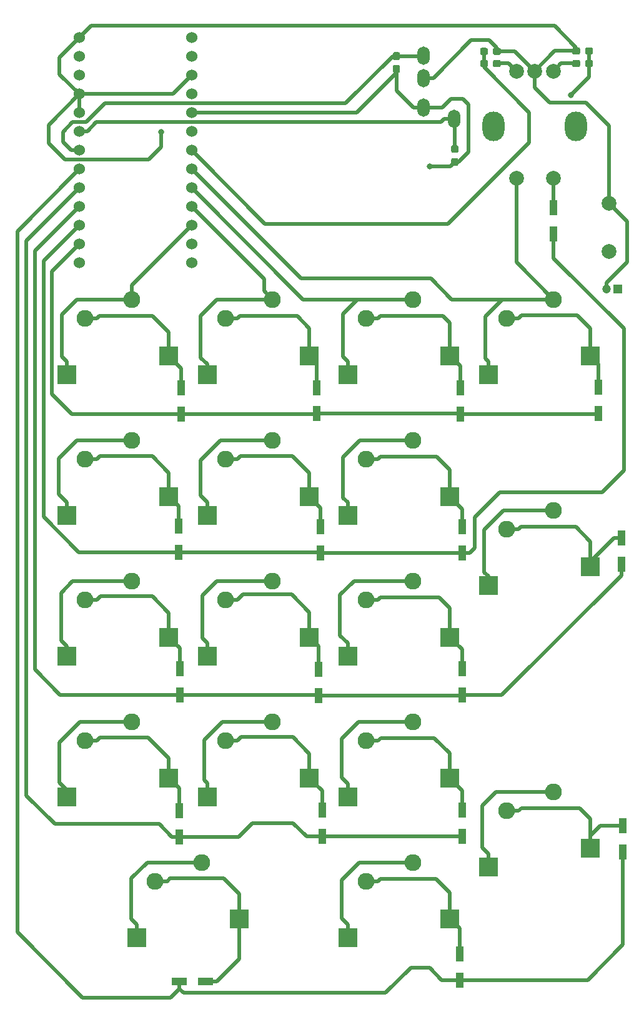
<source format=gbl>
G04 #@! TF.GenerationSoftware,KiCad,Pcbnew,(5.1.5)-3*
G04 #@! TF.CreationDate,2020-10-10T23:35:22+09:00*
G04 #@! TF.ProjectId,Pistachio_MacroPad,50697374-6163-4686-996f-5f4d6163726f,rev?*
G04 #@! TF.SameCoordinates,Original*
G04 #@! TF.FileFunction,Copper,L2,Bot*
G04 #@! TF.FilePolarity,Positive*
%FSLAX46Y46*%
G04 Gerber Fmt 4.6, Leading zero omitted, Abs format (unit mm)*
G04 Created by KiCad (PCBNEW (5.1.5)-3) date 2020-10-10 23:35:22*
%MOMM*%
%LPD*%
G04 APERTURE LIST*
%ADD10R,2.550000X2.500000*%
%ADD11C,2.286000*%
%ADD12C,0.100000*%
%ADD13R,1.200000X1.200000*%
%ADD14C,1.200000*%
%ADD15O,3.000000X4.000000*%
%ADD16C,2.000000*%
%ADD17C,1.524000*%
%ADD18O,1.700000X2.500000*%
%ADD19R,1.000000X2.000000*%
%ADD20R,2.000000X1.000000*%
%ADD21C,0.800000*%
%ADD22C,0.500000*%
G04 APERTURE END LIST*
D10*
X48410000Y-126020000D03*
D11*
X37040000Y-120940000D03*
X43390000Y-118400000D03*
D10*
X34560000Y-128560000D03*
G04 #@! TA.AperFunction,SMDPad,CuDef*
D12*
G36*
X91430779Y-27176144D02*
G01*
X91453834Y-27179563D01*
X91476443Y-27185227D01*
X91498387Y-27193079D01*
X91519457Y-27203044D01*
X91539448Y-27215026D01*
X91558168Y-27228910D01*
X91575438Y-27244562D01*
X91591090Y-27261832D01*
X91604974Y-27280552D01*
X91616956Y-27300543D01*
X91626921Y-27321613D01*
X91634773Y-27343557D01*
X91640437Y-27366166D01*
X91643856Y-27389221D01*
X91645000Y-27412500D01*
X91645000Y-27887500D01*
X91643856Y-27910779D01*
X91640437Y-27933834D01*
X91634773Y-27956443D01*
X91626921Y-27978387D01*
X91616956Y-27999457D01*
X91604974Y-28019448D01*
X91591090Y-28038168D01*
X91575438Y-28055438D01*
X91558168Y-28071090D01*
X91539448Y-28084974D01*
X91519457Y-28096956D01*
X91498387Y-28106921D01*
X91476443Y-28114773D01*
X91453834Y-28120437D01*
X91430779Y-28123856D01*
X91407500Y-28125000D01*
X90832500Y-28125000D01*
X90809221Y-28123856D01*
X90786166Y-28120437D01*
X90763557Y-28114773D01*
X90741613Y-28106921D01*
X90720543Y-28096956D01*
X90700552Y-28084974D01*
X90681832Y-28071090D01*
X90664562Y-28055438D01*
X90648910Y-28038168D01*
X90635026Y-28019448D01*
X90623044Y-27999457D01*
X90613079Y-27978387D01*
X90605227Y-27956443D01*
X90599563Y-27933834D01*
X90596144Y-27910779D01*
X90595000Y-27887500D01*
X90595000Y-27412500D01*
X90596144Y-27389221D01*
X90599563Y-27366166D01*
X90605227Y-27343557D01*
X90613079Y-27321613D01*
X90623044Y-27300543D01*
X90635026Y-27280552D01*
X90648910Y-27261832D01*
X90664562Y-27244562D01*
X90681832Y-27228910D01*
X90700552Y-27215026D01*
X90720543Y-27203044D01*
X90741613Y-27193079D01*
X90763557Y-27185227D01*
X90786166Y-27179563D01*
X90809221Y-27176144D01*
X90832500Y-27175000D01*
X91407500Y-27175000D01*
X91430779Y-27176144D01*
G37*
G04 #@! TD.AperFunction*
G04 #@! TA.AperFunction,SMDPad,CuDef*
G36*
X93180779Y-27176144D02*
G01*
X93203834Y-27179563D01*
X93226443Y-27185227D01*
X93248387Y-27193079D01*
X93269457Y-27203044D01*
X93289448Y-27215026D01*
X93308168Y-27228910D01*
X93325438Y-27244562D01*
X93341090Y-27261832D01*
X93354974Y-27280552D01*
X93366956Y-27300543D01*
X93376921Y-27321613D01*
X93384773Y-27343557D01*
X93390437Y-27366166D01*
X93393856Y-27389221D01*
X93395000Y-27412500D01*
X93395000Y-27887500D01*
X93393856Y-27910779D01*
X93390437Y-27933834D01*
X93384773Y-27956443D01*
X93376921Y-27978387D01*
X93366956Y-27999457D01*
X93354974Y-28019448D01*
X93341090Y-28038168D01*
X93325438Y-28055438D01*
X93308168Y-28071090D01*
X93289448Y-28084974D01*
X93269457Y-28096956D01*
X93248387Y-28106921D01*
X93226443Y-28114773D01*
X93203834Y-28120437D01*
X93180779Y-28123856D01*
X93157500Y-28125000D01*
X92582500Y-28125000D01*
X92559221Y-28123856D01*
X92536166Y-28120437D01*
X92513557Y-28114773D01*
X92491613Y-28106921D01*
X92470543Y-28096956D01*
X92450552Y-28084974D01*
X92431832Y-28071090D01*
X92414562Y-28055438D01*
X92398910Y-28038168D01*
X92385026Y-28019448D01*
X92373044Y-27999457D01*
X92363079Y-27978387D01*
X92355227Y-27956443D01*
X92349563Y-27933834D01*
X92346144Y-27910779D01*
X92345000Y-27887500D01*
X92345000Y-27412500D01*
X92346144Y-27389221D01*
X92349563Y-27366166D01*
X92355227Y-27343557D01*
X92363079Y-27321613D01*
X92373044Y-27300543D01*
X92385026Y-27280552D01*
X92398910Y-27261832D01*
X92414562Y-27244562D01*
X92431832Y-27228910D01*
X92450552Y-27215026D01*
X92470543Y-27203044D01*
X92491613Y-27193079D01*
X92513557Y-27185227D01*
X92536166Y-27179563D01*
X92559221Y-27176144D01*
X92582500Y-27175000D01*
X93157500Y-27175000D01*
X93180779Y-27176144D01*
G37*
G04 #@! TD.AperFunction*
G04 #@! TA.AperFunction,SMDPad,CuDef*
G36*
X103930779Y-27126144D02*
G01*
X103953834Y-27129563D01*
X103976443Y-27135227D01*
X103998387Y-27143079D01*
X104019457Y-27153044D01*
X104039448Y-27165026D01*
X104058168Y-27178910D01*
X104075438Y-27194562D01*
X104091090Y-27211832D01*
X104104974Y-27230552D01*
X104116956Y-27250543D01*
X104126921Y-27271613D01*
X104134773Y-27293557D01*
X104140437Y-27316166D01*
X104143856Y-27339221D01*
X104145000Y-27362500D01*
X104145000Y-27837500D01*
X104143856Y-27860779D01*
X104140437Y-27883834D01*
X104134773Y-27906443D01*
X104126921Y-27928387D01*
X104116956Y-27949457D01*
X104104974Y-27969448D01*
X104091090Y-27988168D01*
X104075438Y-28005438D01*
X104058168Y-28021090D01*
X104039448Y-28034974D01*
X104019457Y-28046956D01*
X103998387Y-28056921D01*
X103976443Y-28064773D01*
X103953834Y-28070437D01*
X103930779Y-28073856D01*
X103907500Y-28075000D01*
X103332500Y-28075000D01*
X103309221Y-28073856D01*
X103286166Y-28070437D01*
X103263557Y-28064773D01*
X103241613Y-28056921D01*
X103220543Y-28046956D01*
X103200552Y-28034974D01*
X103181832Y-28021090D01*
X103164562Y-28005438D01*
X103148910Y-27988168D01*
X103135026Y-27969448D01*
X103123044Y-27949457D01*
X103113079Y-27928387D01*
X103105227Y-27906443D01*
X103099563Y-27883834D01*
X103096144Y-27860779D01*
X103095000Y-27837500D01*
X103095000Y-27362500D01*
X103096144Y-27339221D01*
X103099563Y-27316166D01*
X103105227Y-27293557D01*
X103113079Y-27271613D01*
X103123044Y-27250543D01*
X103135026Y-27230552D01*
X103148910Y-27211832D01*
X103164562Y-27194562D01*
X103181832Y-27178910D01*
X103200552Y-27165026D01*
X103220543Y-27153044D01*
X103241613Y-27143079D01*
X103263557Y-27135227D01*
X103286166Y-27129563D01*
X103309221Y-27126144D01*
X103332500Y-27125000D01*
X103907500Y-27125000D01*
X103930779Y-27126144D01*
G37*
G04 #@! TD.AperFunction*
G04 #@! TA.AperFunction,SMDPad,CuDef*
G36*
X105680779Y-27126144D02*
G01*
X105703834Y-27129563D01*
X105726443Y-27135227D01*
X105748387Y-27143079D01*
X105769457Y-27153044D01*
X105789448Y-27165026D01*
X105808168Y-27178910D01*
X105825438Y-27194562D01*
X105841090Y-27211832D01*
X105854974Y-27230552D01*
X105866956Y-27250543D01*
X105876921Y-27271613D01*
X105884773Y-27293557D01*
X105890437Y-27316166D01*
X105893856Y-27339221D01*
X105895000Y-27362500D01*
X105895000Y-27837500D01*
X105893856Y-27860779D01*
X105890437Y-27883834D01*
X105884773Y-27906443D01*
X105876921Y-27928387D01*
X105866956Y-27949457D01*
X105854974Y-27969448D01*
X105841090Y-27988168D01*
X105825438Y-28005438D01*
X105808168Y-28021090D01*
X105789448Y-28034974D01*
X105769457Y-28046956D01*
X105748387Y-28056921D01*
X105726443Y-28064773D01*
X105703834Y-28070437D01*
X105680779Y-28073856D01*
X105657500Y-28075000D01*
X105082500Y-28075000D01*
X105059221Y-28073856D01*
X105036166Y-28070437D01*
X105013557Y-28064773D01*
X104991613Y-28056921D01*
X104970543Y-28046956D01*
X104950552Y-28034974D01*
X104931832Y-28021090D01*
X104914562Y-28005438D01*
X104898910Y-27988168D01*
X104885026Y-27969448D01*
X104873044Y-27949457D01*
X104863079Y-27928387D01*
X104855227Y-27906443D01*
X104849563Y-27883834D01*
X104846144Y-27860779D01*
X104845000Y-27837500D01*
X104845000Y-27362500D01*
X104846144Y-27339221D01*
X104849563Y-27316166D01*
X104855227Y-27293557D01*
X104863079Y-27271613D01*
X104873044Y-27250543D01*
X104885026Y-27230552D01*
X104898910Y-27211832D01*
X104914562Y-27194562D01*
X104931832Y-27178910D01*
X104950552Y-27165026D01*
X104970543Y-27153044D01*
X104991613Y-27143079D01*
X105013557Y-27135227D01*
X105036166Y-27129563D01*
X105059221Y-27126144D01*
X105082500Y-27125000D01*
X105657500Y-27125000D01*
X105680779Y-27126144D01*
G37*
G04 #@! TD.AperFunction*
D13*
X109240000Y-59820000D03*
D14*
X107740000Y-59820000D03*
G04 #@! TA.AperFunction,SMDPad,CuDef*
D12*
G36*
X91430779Y-28816144D02*
G01*
X91453834Y-28819563D01*
X91476443Y-28825227D01*
X91498387Y-28833079D01*
X91519457Y-28843044D01*
X91539448Y-28855026D01*
X91558168Y-28868910D01*
X91575438Y-28884562D01*
X91591090Y-28901832D01*
X91604974Y-28920552D01*
X91616956Y-28940543D01*
X91626921Y-28961613D01*
X91634773Y-28983557D01*
X91640437Y-29006166D01*
X91643856Y-29029221D01*
X91645000Y-29052500D01*
X91645000Y-29527500D01*
X91643856Y-29550779D01*
X91640437Y-29573834D01*
X91634773Y-29596443D01*
X91626921Y-29618387D01*
X91616956Y-29639457D01*
X91604974Y-29659448D01*
X91591090Y-29678168D01*
X91575438Y-29695438D01*
X91558168Y-29711090D01*
X91539448Y-29724974D01*
X91519457Y-29736956D01*
X91498387Y-29746921D01*
X91476443Y-29754773D01*
X91453834Y-29760437D01*
X91430779Y-29763856D01*
X91407500Y-29765000D01*
X90832500Y-29765000D01*
X90809221Y-29763856D01*
X90786166Y-29760437D01*
X90763557Y-29754773D01*
X90741613Y-29746921D01*
X90720543Y-29736956D01*
X90700552Y-29724974D01*
X90681832Y-29711090D01*
X90664562Y-29695438D01*
X90648910Y-29678168D01*
X90635026Y-29659448D01*
X90623044Y-29639457D01*
X90613079Y-29618387D01*
X90605227Y-29596443D01*
X90599563Y-29573834D01*
X90596144Y-29550779D01*
X90595000Y-29527500D01*
X90595000Y-29052500D01*
X90596144Y-29029221D01*
X90599563Y-29006166D01*
X90605227Y-28983557D01*
X90613079Y-28961613D01*
X90623044Y-28940543D01*
X90635026Y-28920552D01*
X90648910Y-28901832D01*
X90664562Y-28884562D01*
X90681832Y-28868910D01*
X90700552Y-28855026D01*
X90720543Y-28843044D01*
X90741613Y-28833079D01*
X90763557Y-28825227D01*
X90786166Y-28819563D01*
X90809221Y-28816144D01*
X90832500Y-28815000D01*
X91407500Y-28815000D01*
X91430779Y-28816144D01*
G37*
G04 #@! TD.AperFunction*
G04 #@! TA.AperFunction,SMDPad,CuDef*
G36*
X93180779Y-28816144D02*
G01*
X93203834Y-28819563D01*
X93226443Y-28825227D01*
X93248387Y-28833079D01*
X93269457Y-28843044D01*
X93289448Y-28855026D01*
X93308168Y-28868910D01*
X93325438Y-28884562D01*
X93341090Y-28901832D01*
X93354974Y-28920552D01*
X93366956Y-28940543D01*
X93376921Y-28961613D01*
X93384773Y-28983557D01*
X93390437Y-29006166D01*
X93393856Y-29029221D01*
X93395000Y-29052500D01*
X93395000Y-29527500D01*
X93393856Y-29550779D01*
X93390437Y-29573834D01*
X93384773Y-29596443D01*
X93376921Y-29618387D01*
X93366956Y-29639457D01*
X93354974Y-29659448D01*
X93341090Y-29678168D01*
X93325438Y-29695438D01*
X93308168Y-29711090D01*
X93289448Y-29724974D01*
X93269457Y-29736956D01*
X93248387Y-29746921D01*
X93226443Y-29754773D01*
X93203834Y-29760437D01*
X93180779Y-29763856D01*
X93157500Y-29765000D01*
X92582500Y-29765000D01*
X92559221Y-29763856D01*
X92536166Y-29760437D01*
X92513557Y-29754773D01*
X92491613Y-29746921D01*
X92470543Y-29736956D01*
X92450552Y-29724974D01*
X92431832Y-29711090D01*
X92414562Y-29695438D01*
X92398910Y-29678168D01*
X92385026Y-29659448D01*
X92373044Y-29639457D01*
X92363079Y-29618387D01*
X92355227Y-29596443D01*
X92349563Y-29573834D01*
X92346144Y-29550779D01*
X92345000Y-29527500D01*
X92345000Y-29052500D01*
X92346144Y-29029221D01*
X92349563Y-29006166D01*
X92355227Y-28983557D01*
X92363079Y-28961613D01*
X92373044Y-28940543D01*
X92385026Y-28920552D01*
X92398910Y-28901832D01*
X92414562Y-28884562D01*
X92431832Y-28868910D01*
X92450552Y-28855026D01*
X92470543Y-28843044D01*
X92491613Y-28833079D01*
X92513557Y-28825227D01*
X92536166Y-28819563D01*
X92559221Y-28816144D01*
X92582500Y-28815000D01*
X93157500Y-28815000D01*
X93180779Y-28816144D01*
G37*
G04 #@! TD.AperFunction*
G04 #@! TA.AperFunction,SMDPad,CuDef*
G36*
X103930779Y-28816144D02*
G01*
X103953834Y-28819563D01*
X103976443Y-28825227D01*
X103998387Y-28833079D01*
X104019457Y-28843044D01*
X104039448Y-28855026D01*
X104058168Y-28868910D01*
X104075438Y-28884562D01*
X104091090Y-28901832D01*
X104104974Y-28920552D01*
X104116956Y-28940543D01*
X104126921Y-28961613D01*
X104134773Y-28983557D01*
X104140437Y-29006166D01*
X104143856Y-29029221D01*
X104145000Y-29052500D01*
X104145000Y-29527500D01*
X104143856Y-29550779D01*
X104140437Y-29573834D01*
X104134773Y-29596443D01*
X104126921Y-29618387D01*
X104116956Y-29639457D01*
X104104974Y-29659448D01*
X104091090Y-29678168D01*
X104075438Y-29695438D01*
X104058168Y-29711090D01*
X104039448Y-29724974D01*
X104019457Y-29736956D01*
X103998387Y-29746921D01*
X103976443Y-29754773D01*
X103953834Y-29760437D01*
X103930779Y-29763856D01*
X103907500Y-29765000D01*
X103332500Y-29765000D01*
X103309221Y-29763856D01*
X103286166Y-29760437D01*
X103263557Y-29754773D01*
X103241613Y-29746921D01*
X103220543Y-29736956D01*
X103200552Y-29724974D01*
X103181832Y-29711090D01*
X103164562Y-29695438D01*
X103148910Y-29678168D01*
X103135026Y-29659448D01*
X103123044Y-29639457D01*
X103113079Y-29618387D01*
X103105227Y-29596443D01*
X103099563Y-29573834D01*
X103096144Y-29550779D01*
X103095000Y-29527500D01*
X103095000Y-29052500D01*
X103096144Y-29029221D01*
X103099563Y-29006166D01*
X103105227Y-28983557D01*
X103113079Y-28961613D01*
X103123044Y-28940543D01*
X103135026Y-28920552D01*
X103148910Y-28901832D01*
X103164562Y-28884562D01*
X103181832Y-28868910D01*
X103200552Y-28855026D01*
X103220543Y-28843044D01*
X103241613Y-28833079D01*
X103263557Y-28825227D01*
X103286166Y-28819563D01*
X103309221Y-28816144D01*
X103332500Y-28815000D01*
X103907500Y-28815000D01*
X103930779Y-28816144D01*
G37*
G04 #@! TD.AperFunction*
G04 #@! TA.AperFunction,SMDPad,CuDef*
G36*
X105680779Y-28816144D02*
G01*
X105703834Y-28819563D01*
X105726443Y-28825227D01*
X105748387Y-28833079D01*
X105769457Y-28843044D01*
X105789448Y-28855026D01*
X105808168Y-28868910D01*
X105825438Y-28884562D01*
X105841090Y-28901832D01*
X105854974Y-28920552D01*
X105866956Y-28940543D01*
X105876921Y-28961613D01*
X105884773Y-28983557D01*
X105890437Y-29006166D01*
X105893856Y-29029221D01*
X105895000Y-29052500D01*
X105895000Y-29527500D01*
X105893856Y-29550779D01*
X105890437Y-29573834D01*
X105884773Y-29596443D01*
X105876921Y-29618387D01*
X105866956Y-29639457D01*
X105854974Y-29659448D01*
X105841090Y-29678168D01*
X105825438Y-29695438D01*
X105808168Y-29711090D01*
X105789448Y-29724974D01*
X105769457Y-29736956D01*
X105748387Y-29746921D01*
X105726443Y-29754773D01*
X105703834Y-29760437D01*
X105680779Y-29763856D01*
X105657500Y-29765000D01*
X105082500Y-29765000D01*
X105059221Y-29763856D01*
X105036166Y-29760437D01*
X105013557Y-29754773D01*
X104991613Y-29746921D01*
X104970543Y-29736956D01*
X104950552Y-29724974D01*
X104931832Y-29711090D01*
X104914562Y-29695438D01*
X104898910Y-29678168D01*
X104885026Y-29659448D01*
X104873044Y-29639457D01*
X104863079Y-29618387D01*
X104855227Y-29596443D01*
X104849563Y-29573834D01*
X104846144Y-29550779D01*
X104845000Y-29527500D01*
X104845000Y-29052500D01*
X104846144Y-29029221D01*
X104849563Y-29006166D01*
X104855227Y-28983557D01*
X104863079Y-28961613D01*
X104873044Y-28940543D01*
X104885026Y-28920552D01*
X104898910Y-28901832D01*
X104914562Y-28884562D01*
X104931832Y-28868910D01*
X104950552Y-28855026D01*
X104970543Y-28843044D01*
X104991613Y-28833079D01*
X105013557Y-28825227D01*
X105036166Y-28819563D01*
X105059221Y-28816144D01*
X105082500Y-28815000D01*
X105657500Y-28815000D01*
X105680779Y-28816144D01*
G37*
G04 #@! TD.AperFunction*
G04 #@! TA.AperFunction,SMDPad,CuDef*
G36*
X79510779Y-27766144D02*
G01*
X79533834Y-27769563D01*
X79556443Y-27775227D01*
X79578387Y-27783079D01*
X79599457Y-27793044D01*
X79619448Y-27805026D01*
X79638168Y-27818910D01*
X79655438Y-27834562D01*
X79671090Y-27851832D01*
X79684974Y-27870552D01*
X79696956Y-27890543D01*
X79706921Y-27911613D01*
X79714773Y-27933557D01*
X79720437Y-27956166D01*
X79723856Y-27979221D01*
X79725000Y-28002500D01*
X79725000Y-28577500D01*
X79723856Y-28600779D01*
X79720437Y-28623834D01*
X79714773Y-28646443D01*
X79706921Y-28668387D01*
X79696956Y-28689457D01*
X79684974Y-28709448D01*
X79671090Y-28728168D01*
X79655438Y-28745438D01*
X79638168Y-28761090D01*
X79619448Y-28774974D01*
X79599457Y-28786956D01*
X79578387Y-28796921D01*
X79556443Y-28804773D01*
X79533834Y-28810437D01*
X79510779Y-28813856D01*
X79487500Y-28815000D01*
X79012500Y-28815000D01*
X78989221Y-28813856D01*
X78966166Y-28810437D01*
X78943557Y-28804773D01*
X78921613Y-28796921D01*
X78900543Y-28786956D01*
X78880552Y-28774974D01*
X78861832Y-28761090D01*
X78844562Y-28745438D01*
X78828910Y-28728168D01*
X78815026Y-28709448D01*
X78803044Y-28689457D01*
X78793079Y-28668387D01*
X78785227Y-28646443D01*
X78779563Y-28623834D01*
X78776144Y-28600779D01*
X78775000Y-28577500D01*
X78775000Y-28002500D01*
X78776144Y-27979221D01*
X78779563Y-27956166D01*
X78785227Y-27933557D01*
X78793079Y-27911613D01*
X78803044Y-27890543D01*
X78815026Y-27870552D01*
X78828910Y-27851832D01*
X78844562Y-27834562D01*
X78861832Y-27818910D01*
X78880552Y-27805026D01*
X78900543Y-27793044D01*
X78921613Y-27783079D01*
X78943557Y-27775227D01*
X78966166Y-27769563D01*
X78989221Y-27766144D01*
X79012500Y-27765000D01*
X79487500Y-27765000D01*
X79510779Y-27766144D01*
G37*
G04 #@! TD.AperFunction*
G04 #@! TA.AperFunction,SMDPad,CuDef*
G36*
X79510779Y-29516144D02*
G01*
X79533834Y-29519563D01*
X79556443Y-29525227D01*
X79578387Y-29533079D01*
X79599457Y-29543044D01*
X79619448Y-29555026D01*
X79638168Y-29568910D01*
X79655438Y-29584562D01*
X79671090Y-29601832D01*
X79684974Y-29620552D01*
X79696956Y-29640543D01*
X79706921Y-29661613D01*
X79714773Y-29683557D01*
X79720437Y-29706166D01*
X79723856Y-29729221D01*
X79725000Y-29752500D01*
X79725000Y-30327500D01*
X79723856Y-30350779D01*
X79720437Y-30373834D01*
X79714773Y-30396443D01*
X79706921Y-30418387D01*
X79696956Y-30439457D01*
X79684974Y-30459448D01*
X79671090Y-30478168D01*
X79655438Y-30495438D01*
X79638168Y-30511090D01*
X79619448Y-30524974D01*
X79599457Y-30536956D01*
X79578387Y-30546921D01*
X79556443Y-30554773D01*
X79533834Y-30560437D01*
X79510779Y-30563856D01*
X79487500Y-30565000D01*
X79012500Y-30565000D01*
X78989221Y-30563856D01*
X78966166Y-30560437D01*
X78943557Y-30554773D01*
X78921613Y-30546921D01*
X78900543Y-30536956D01*
X78880552Y-30524974D01*
X78861832Y-30511090D01*
X78844562Y-30495438D01*
X78828910Y-30478168D01*
X78815026Y-30459448D01*
X78803044Y-30439457D01*
X78793079Y-30418387D01*
X78785227Y-30396443D01*
X78779563Y-30373834D01*
X78776144Y-30350779D01*
X78775000Y-30327500D01*
X78775000Y-29752500D01*
X78776144Y-29729221D01*
X78779563Y-29706166D01*
X78785227Y-29683557D01*
X78793079Y-29661613D01*
X78803044Y-29640543D01*
X78815026Y-29620552D01*
X78828910Y-29601832D01*
X78844562Y-29584562D01*
X78861832Y-29568910D01*
X78880552Y-29555026D01*
X78900543Y-29543044D01*
X78921613Y-29533079D01*
X78943557Y-29525227D01*
X78966166Y-29519563D01*
X78989221Y-29516144D01*
X79012500Y-29515000D01*
X79487500Y-29515000D01*
X79510779Y-29516144D01*
G37*
G04 #@! TD.AperFunction*
G04 #@! TA.AperFunction,SMDPad,CuDef*
G36*
X87420779Y-42101144D02*
G01*
X87443834Y-42104563D01*
X87466443Y-42110227D01*
X87488387Y-42118079D01*
X87509457Y-42128044D01*
X87529448Y-42140026D01*
X87548168Y-42153910D01*
X87565438Y-42169562D01*
X87581090Y-42186832D01*
X87594974Y-42205552D01*
X87606956Y-42225543D01*
X87616921Y-42246613D01*
X87624773Y-42268557D01*
X87630437Y-42291166D01*
X87633856Y-42314221D01*
X87635000Y-42337500D01*
X87635000Y-42912500D01*
X87633856Y-42935779D01*
X87630437Y-42958834D01*
X87624773Y-42981443D01*
X87616921Y-43003387D01*
X87606956Y-43024457D01*
X87594974Y-43044448D01*
X87581090Y-43063168D01*
X87565438Y-43080438D01*
X87548168Y-43096090D01*
X87529448Y-43109974D01*
X87509457Y-43121956D01*
X87488387Y-43131921D01*
X87466443Y-43139773D01*
X87443834Y-43145437D01*
X87420779Y-43148856D01*
X87397500Y-43150000D01*
X86922500Y-43150000D01*
X86899221Y-43148856D01*
X86876166Y-43145437D01*
X86853557Y-43139773D01*
X86831613Y-43131921D01*
X86810543Y-43121956D01*
X86790552Y-43109974D01*
X86771832Y-43096090D01*
X86754562Y-43080438D01*
X86738910Y-43063168D01*
X86725026Y-43044448D01*
X86713044Y-43024457D01*
X86703079Y-43003387D01*
X86695227Y-42981443D01*
X86689563Y-42958834D01*
X86686144Y-42935779D01*
X86685000Y-42912500D01*
X86685000Y-42337500D01*
X86686144Y-42314221D01*
X86689563Y-42291166D01*
X86695227Y-42268557D01*
X86703079Y-42246613D01*
X86713044Y-42225543D01*
X86725026Y-42205552D01*
X86738910Y-42186832D01*
X86754562Y-42169562D01*
X86771832Y-42153910D01*
X86790552Y-42140026D01*
X86810543Y-42128044D01*
X86831613Y-42118079D01*
X86853557Y-42110227D01*
X86876166Y-42104563D01*
X86899221Y-42101144D01*
X86922500Y-42100000D01*
X87397500Y-42100000D01*
X87420779Y-42101144D01*
G37*
G04 #@! TD.AperFunction*
G04 #@! TA.AperFunction,SMDPad,CuDef*
G36*
X87420779Y-40351144D02*
G01*
X87443834Y-40354563D01*
X87466443Y-40360227D01*
X87488387Y-40368079D01*
X87509457Y-40378044D01*
X87529448Y-40390026D01*
X87548168Y-40403910D01*
X87565438Y-40419562D01*
X87581090Y-40436832D01*
X87594974Y-40455552D01*
X87606956Y-40475543D01*
X87616921Y-40496613D01*
X87624773Y-40518557D01*
X87630437Y-40541166D01*
X87633856Y-40564221D01*
X87635000Y-40587500D01*
X87635000Y-41162500D01*
X87633856Y-41185779D01*
X87630437Y-41208834D01*
X87624773Y-41231443D01*
X87616921Y-41253387D01*
X87606956Y-41274457D01*
X87594974Y-41294448D01*
X87581090Y-41313168D01*
X87565438Y-41330438D01*
X87548168Y-41346090D01*
X87529448Y-41359974D01*
X87509457Y-41371956D01*
X87488387Y-41381921D01*
X87466443Y-41389773D01*
X87443834Y-41395437D01*
X87420779Y-41398856D01*
X87397500Y-41400000D01*
X86922500Y-41400000D01*
X86899221Y-41398856D01*
X86876166Y-41395437D01*
X86853557Y-41389773D01*
X86831613Y-41381921D01*
X86810543Y-41371956D01*
X86790552Y-41359974D01*
X86771832Y-41346090D01*
X86754562Y-41330438D01*
X86738910Y-41313168D01*
X86725026Y-41294448D01*
X86713044Y-41274457D01*
X86703079Y-41253387D01*
X86695227Y-41231443D01*
X86689563Y-41208834D01*
X86686144Y-41185779D01*
X86685000Y-41162500D01*
X86685000Y-40587500D01*
X86686144Y-40564221D01*
X86689563Y-40541166D01*
X86695227Y-40518557D01*
X86703079Y-40496613D01*
X86713044Y-40475543D01*
X86725026Y-40455552D01*
X86738910Y-40436832D01*
X86754562Y-40419562D01*
X86771832Y-40403910D01*
X86790552Y-40390026D01*
X86810543Y-40378044D01*
X86831613Y-40368079D01*
X86853557Y-40360227D01*
X86876166Y-40354563D01*
X86899221Y-40351144D01*
X86922500Y-40350000D01*
X87397500Y-40350000D01*
X87420779Y-40351144D01*
G37*
G04 #@! TD.AperFunction*
D10*
X48410000Y-68870000D03*
D11*
X37040000Y-63790000D03*
X43390000Y-61250000D03*
D10*
X34560000Y-71410000D03*
X53610000Y-71410000D03*
D11*
X62440000Y-61250000D03*
X56090000Y-63790000D03*
D10*
X67460000Y-68870000D03*
X86510000Y-68870000D03*
D11*
X75140000Y-63790000D03*
X81490000Y-61250000D03*
D10*
X72660000Y-71410000D03*
X105560000Y-68870000D03*
D11*
X94190000Y-63790000D03*
X100540000Y-61250000D03*
D10*
X91710000Y-71410000D03*
X34560000Y-90460000D03*
D11*
X43390000Y-80300000D03*
X37040000Y-82840000D03*
D10*
X48410000Y-87920000D03*
X67460000Y-87920000D03*
D11*
X56090000Y-82840000D03*
X62440000Y-80300000D03*
D10*
X53610000Y-90460000D03*
X72660000Y-90460000D03*
D11*
X81490000Y-80300000D03*
X75140000Y-82840000D03*
D10*
X86510000Y-87920000D03*
D15*
X103600000Y-37830000D03*
X92400000Y-37830000D03*
D16*
X95500000Y-30330000D03*
X98000000Y-30330000D03*
X100500000Y-30330000D03*
X95500000Y-44830000D03*
X100500000Y-44830000D03*
D10*
X34560000Y-109510000D03*
D11*
X43390000Y-99350000D03*
X37040000Y-101890000D03*
D10*
X48410000Y-106970000D03*
X53610000Y-109510000D03*
D11*
X62440000Y-99350000D03*
X56090000Y-101890000D03*
D10*
X67460000Y-106970000D03*
X86510000Y-106970000D03*
D11*
X75140000Y-101890000D03*
X81490000Y-99350000D03*
D10*
X72660000Y-109510000D03*
X105560000Y-97440000D03*
D11*
X94190000Y-92360000D03*
X100540000Y-89820000D03*
D10*
X91710000Y-99980000D03*
X53610000Y-128560000D03*
D11*
X62440000Y-118400000D03*
X56090000Y-120940000D03*
D10*
X67460000Y-126020000D03*
X86510000Y-126020000D03*
D11*
X75140000Y-120940000D03*
X81490000Y-118400000D03*
D10*
X72660000Y-128560000D03*
X44080000Y-147610000D03*
D11*
X52910000Y-137450000D03*
X46560000Y-139990000D03*
D10*
X57930000Y-145070000D03*
X86510000Y-145070000D03*
D11*
X75140000Y-139990000D03*
X81490000Y-137450000D03*
D10*
X72660000Y-147610000D03*
X91710000Y-138090000D03*
D11*
X100540000Y-127930000D03*
X94190000Y-130470000D03*
D10*
X105560000Y-135550000D03*
D17*
X36258600Y-28352000D03*
X36258600Y-30892000D03*
X36258600Y-33432000D03*
X36258600Y-35972000D03*
X36258600Y-38512000D03*
X36258600Y-41052000D03*
X36258600Y-43592000D03*
X36258600Y-46132000D03*
X36258600Y-48672000D03*
X36258600Y-51212000D03*
X36258600Y-53752000D03*
X36258600Y-56292000D03*
X51478600Y-56292000D03*
X51478600Y-53752000D03*
X51478600Y-51212000D03*
X51478600Y-48672000D03*
X51478600Y-46132000D03*
X51478600Y-43592000D03*
X51478600Y-41052000D03*
X51478600Y-38512000D03*
X51478600Y-35972000D03*
X51478600Y-33432000D03*
X51478600Y-30892000D03*
X51478600Y-28352000D03*
X51490000Y-25812000D03*
X36250000Y-25812000D03*
D18*
X82900000Y-28270000D03*
X82900000Y-31270000D03*
X82900000Y-35270000D03*
X87100000Y-36770000D03*
D16*
X108080000Y-54730000D03*
X108080000Y-48230000D03*
D19*
X50100000Y-73175000D03*
X50100000Y-76725000D03*
X68410000Y-76705000D03*
X68410000Y-73155000D03*
X87890000Y-73170000D03*
X87890000Y-76720000D03*
X106630000Y-76695000D03*
X106630000Y-73145000D03*
X49710000Y-91915000D03*
X49710000Y-95465000D03*
X68950000Y-95515000D03*
X68950000Y-91965000D03*
X88170000Y-91965000D03*
X88170000Y-95515000D03*
X100530000Y-48810000D03*
X100530000Y-52360000D03*
X49890000Y-111195000D03*
X49890000Y-114745000D03*
X68670000Y-114870000D03*
X68670000Y-111320000D03*
X88160000Y-111235000D03*
X88160000Y-114785000D03*
X109730000Y-97075000D03*
X109730000Y-93525000D03*
X49800000Y-130415000D03*
X49800000Y-133965000D03*
X69170000Y-133905000D03*
X69170000Y-130355000D03*
X88200000Y-133935000D03*
X88200000Y-130385000D03*
D20*
X53365000Y-153520000D03*
X49815000Y-153520000D03*
D19*
X87800000Y-153335000D03*
X87800000Y-149785000D03*
X109970000Y-136015000D03*
X109970000Y-132465000D03*
D21*
X47400000Y-38550000D03*
X102930000Y-33579996D03*
X83760000Y-43200000D03*
D22*
X91120000Y-29290000D02*
X91120000Y-27650000D01*
X52240599Y-41813999D02*
X51478600Y-41052000D01*
X61426600Y-51000000D02*
X52240599Y-41813999D01*
X91120000Y-29765000D02*
X97260000Y-35905000D01*
X97260000Y-35905000D02*
X97260000Y-39990000D01*
X91120000Y-29290000D02*
X91120000Y-29765000D01*
X97260000Y-39990000D02*
X86250000Y-51000000D01*
X86250000Y-51000000D02*
X61426600Y-51000000D01*
X36258600Y-35972000D02*
X36258600Y-33432000D01*
X95320000Y-27650000D02*
X92870000Y-27650000D01*
X98000000Y-30330000D02*
X95320000Y-27650000D01*
X100730000Y-27600000D02*
X103620000Y-27600000D01*
X98000000Y-30330000D02*
X100730000Y-27600000D01*
X48938600Y-33432000D02*
X51478600Y-30892000D01*
X36258600Y-33432000D02*
X48938600Y-33432000D01*
X33600000Y-28462000D02*
X36250000Y-25812000D01*
X33600000Y-30780000D02*
X33600000Y-28462000D01*
X36258600Y-33432000D02*
X36252000Y-33432000D01*
X36252000Y-33432000D02*
X33600000Y-30780000D01*
X32090000Y-37600600D02*
X36258600Y-33432000D01*
X47400000Y-38550000D02*
X47400000Y-40600000D01*
X45700000Y-42300000D02*
X34320000Y-42300000D01*
X34320000Y-42300000D02*
X32090000Y-40070000D01*
X47400000Y-40600000D02*
X45700000Y-42300000D01*
X32090000Y-40070000D02*
X32090000Y-37600600D01*
X107740000Y-58971472D02*
X110510000Y-56201472D01*
X107740000Y-59820000D02*
X107740000Y-58971472D01*
X110510000Y-50660000D02*
X108080000Y-48230000D01*
X110510000Y-56201472D02*
X110510000Y-50660000D01*
X84250000Y-31270000D02*
X89400000Y-26120000D01*
X82900000Y-31270000D02*
X84250000Y-31270000D01*
X92870000Y-27175000D02*
X92870000Y-27650000D01*
X91815000Y-26120000D02*
X92870000Y-27175000D01*
X89400000Y-26120000D02*
X91815000Y-26120000D01*
X103620000Y-27125000D02*
X103620000Y-27600000D01*
X36250000Y-25812000D02*
X37852000Y-24210000D01*
X100705000Y-24210000D02*
X103620000Y-27125000D01*
X37852000Y-24210000D02*
X100705000Y-24210000D01*
X108080000Y-37740000D02*
X108080000Y-48230000D01*
X104940000Y-34600000D02*
X108080000Y-37740000D01*
X100030000Y-34600000D02*
X104940000Y-34600000D01*
X98000000Y-30330000D02*
X98000000Y-32570000D01*
X98000000Y-32570000D02*
X100030000Y-34600000D01*
X105370000Y-29290000D02*
X105370000Y-27600000D01*
X103329999Y-33179997D02*
X102930000Y-33579996D01*
X105370000Y-29290000D02*
X105370000Y-31139996D01*
X105370000Y-31139996D02*
X103329999Y-33179997D01*
X50100000Y-70560000D02*
X48410000Y-68870000D01*
X50100000Y-73175000D02*
X50100000Y-70560000D01*
X38656446Y-63790000D02*
X37040000Y-63790000D01*
X39006446Y-63440000D02*
X38656446Y-63790000D01*
X46210000Y-63440000D02*
X39006446Y-63440000D01*
X48410000Y-68870000D02*
X48410000Y-65640000D01*
X48410000Y-65640000D02*
X46210000Y-63440000D01*
X68390000Y-76725000D02*
X68410000Y-76705000D01*
X50100000Y-76725000D02*
X68390000Y-76725000D01*
X87875000Y-76705000D02*
X87890000Y-76720000D01*
X68410000Y-76705000D02*
X87875000Y-76705000D01*
X106605000Y-76720000D02*
X106630000Y-76695000D01*
X87890000Y-76720000D02*
X106605000Y-76720000D01*
X32550000Y-57460600D02*
X35496601Y-54513999D01*
X32550000Y-74000000D02*
X32550000Y-57460600D01*
X50100000Y-76725000D02*
X35275000Y-76725000D01*
X35496601Y-54513999D02*
X36258600Y-53752000D01*
X35275000Y-76725000D02*
X32550000Y-74000000D01*
X68410000Y-69820000D02*
X67460000Y-68870000D01*
X68410000Y-73155000D02*
X68410000Y-69820000D01*
X65810000Y-63470000D02*
X58026446Y-63470000D01*
X67460000Y-68870000D02*
X67460000Y-65120000D01*
X57706446Y-63790000D02*
X56090000Y-63790000D01*
X58026446Y-63470000D02*
X57706446Y-63790000D01*
X67460000Y-65120000D02*
X65810000Y-63470000D01*
X87890000Y-70250000D02*
X86510000Y-68870000D01*
X87890000Y-73170000D02*
X87890000Y-70250000D01*
X77076446Y-63470000D02*
X76756446Y-63790000D01*
X76756446Y-63790000D02*
X75140000Y-63790000D01*
X85580000Y-63470000D02*
X77076446Y-63470000D01*
X86510000Y-68870000D02*
X86510000Y-64400000D01*
X86510000Y-64400000D02*
X85580000Y-63470000D01*
X106630000Y-69940000D02*
X105560000Y-68870000D01*
X106630000Y-73145000D02*
X106630000Y-69940000D01*
X95806446Y-63790000D02*
X94190000Y-63790000D01*
X96256446Y-63340000D02*
X95806446Y-63790000D01*
X103730000Y-63340000D02*
X96256446Y-63340000D01*
X105560000Y-68870000D02*
X105560000Y-65170000D01*
X105560000Y-65170000D02*
X103730000Y-63340000D01*
X49710000Y-89220000D02*
X48410000Y-87920000D01*
X49710000Y-91915000D02*
X49710000Y-89220000D01*
X39046446Y-82450000D02*
X38656446Y-82840000D01*
X38656446Y-82840000D02*
X37040000Y-82840000D01*
X46140000Y-82450000D02*
X39046446Y-82450000D01*
X48410000Y-87920000D02*
X48410000Y-84720000D01*
X48410000Y-84720000D02*
X46140000Y-82450000D01*
X68900000Y-95465000D02*
X68950000Y-95515000D01*
X49710000Y-95465000D02*
X68900000Y-95465000D01*
X69950000Y-95515000D02*
X88170000Y-95515000D01*
X68950000Y-95515000D02*
X69950000Y-95515000D01*
X35496601Y-51973999D02*
X36258600Y-51212000D01*
X31430000Y-56040600D02*
X35496601Y-51973999D01*
X49710000Y-95465000D02*
X36229998Y-95465000D01*
X31430000Y-90665002D02*
X31430000Y-56040600D01*
X36229998Y-95465000D02*
X31430000Y-90665002D01*
X89170000Y-95515000D02*
X89840000Y-94845000D01*
X88170000Y-95515000D02*
X89170000Y-95515000D01*
X89840000Y-94845000D02*
X89840000Y-90750000D01*
X89840000Y-90750000D02*
X93260000Y-87330000D01*
X93260000Y-87330000D02*
X107110000Y-87330000D01*
X107110000Y-87330000D02*
X110070000Y-84370000D01*
X110070000Y-84370000D02*
X110070000Y-65170000D01*
X100530000Y-55630000D02*
X100530000Y-52360000D01*
X110070000Y-65170000D02*
X100530000Y-55630000D01*
X68950000Y-89410000D02*
X67460000Y-87920000D01*
X68950000Y-91965000D02*
X68950000Y-89410000D01*
X57706446Y-82840000D02*
X56090000Y-82840000D01*
X65150000Y-82410000D02*
X58136446Y-82410000D01*
X58136446Y-82410000D02*
X57706446Y-82840000D01*
X67460000Y-87920000D02*
X67460000Y-84720000D01*
X67460000Y-84720000D02*
X65150000Y-82410000D01*
X88170000Y-89580000D02*
X86510000Y-87920000D01*
X88170000Y-91965000D02*
X88170000Y-89580000D01*
X76756446Y-82840000D02*
X75140000Y-82840000D01*
X77076446Y-82520000D02*
X76756446Y-82840000D01*
X84720000Y-82520000D02*
X77076446Y-82520000D01*
X86510000Y-87920000D02*
X86510000Y-84310000D01*
X86510000Y-84310000D02*
X84720000Y-82520000D01*
X100530000Y-44860000D02*
X100500000Y-44830000D01*
X100530000Y-48810000D02*
X100530000Y-44860000D01*
X49890000Y-108450000D02*
X48410000Y-106970000D01*
X49890000Y-111195000D02*
X49890000Y-108450000D01*
X39156446Y-101390000D02*
X38656446Y-101890000D01*
X46140000Y-101390000D02*
X39156446Y-101390000D01*
X48410000Y-106970000D02*
X48410000Y-103660000D01*
X38656446Y-101890000D02*
X37040000Y-101890000D01*
X48410000Y-103660000D02*
X46140000Y-101390000D01*
X68545000Y-114745000D02*
X68670000Y-114870000D01*
X49890000Y-114745000D02*
X68545000Y-114745000D01*
X88075000Y-114870000D02*
X88160000Y-114785000D01*
X68670000Y-114870000D02*
X88075000Y-114870000D01*
X109730000Y-98575000D02*
X109730000Y-97075000D01*
X93520000Y-114785000D02*
X109730000Y-98575000D01*
X88160000Y-114785000D02*
X93520000Y-114785000D01*
X30250000Y-111330000D02*
X30250000Y-54680600D01*
X49890000Y-114745000D02*
X33665000Y-114745000D01*
X35496601Y-49433999D02*
X36258600Y-48672000D01*
X30250000Y-54680600D02*
X35496601Y-49433999D01*
X33665000Y-114745000D02*
X30250000Y-111330000D01*
X68670000Y-108180000D02*
X67460000Y-106970000D01*
X68670000Y-111320000D02*
X68670000Y-108180000D01*
X57706446Y-101890000D02*
X56090000Y-101890000D01*
X58436446Y-101160000D02*
X57706446Y-101890000D01*
X65020000Y-101160000D02*
X58436446Y-101160000D01*
X67460000Y-106970000D02*
X67460000Y-103600000D01*
X67460000Y-103600000D02*
X65020000Y-101160000D01*
X88160000Y-108620000D02*
X86510000Y-106970000D01*
X88160000Y-111235000D02*
X88160000Y-108620000D01*
X76756446Y-101890000D02*
X75140000Y-101890000D01*
X85010000Y-101530000D02*
X77116446Y-101530000D01*
X86510000Y-106970000D02*
X86510000Y-103030000D01*
X77116446Y-101530000D02*
X76756446Y-101890000D01*
X86510000Y-103030000D02*
X85010000Y-101530000D01*
X105560000Y-96695000D02*
X105560000Y-97440000D01*
X108730000Y-93525000D02*
X105560000Y-96695000D01*
X109730000Y-93525000D02*
X108730000Y-93525000D01*
X95806446Y-92360000D02*
X94190000Y-92360000D01*
X96146446Y-92020000D02*
X95806446Y-92360000D01*
X105560000Y-97440000D02*
X105560000Y-93990000D01*
X103590000Y-92020000D02*
X96146446Y-92020000D01*
X105560000Y-93990000D02*
X103590000Y-92020000D01*
X49800000Y-127410000D02*
X48410000Y-126020000D01*
X49800000Y-130415000D02*
X49800000Y-127410000D01*
X39056446Y-120540000D02*
X38656446Y-120940000D01*
X45620000Y-120540000D02*
X39056446Y-120540000D01*
X48410000Y-126020000D02*
X48410000Y-123330000D01*
X38656446Y-120940000D02*
X37040000Y-120940000D01*
X48410000Y-123330000D02*
X45620000Y-120540000D01*
X69200000Y-133935000D02*
X69170000Y-133905000D01*
X88200000Y-133935000D02*
X69200000Y-133935000D01*
X35496601Y-46893999D02*
X36258600Y-46132000D01*
X29070000Y-53320600D02*
X35496601Y-46893999D01*
X48800000Y-133965000D02*
X47085000Y-132250000D01*
X49800000Y-133965000D02*
X48800000Y-133965000D01*
X32930000Y-132250000D02*
X29070000Y-128390000D01*
X47085000Y-132250000D02*
X32930000Y-132250000D01*
X29070000Y-128390000D02*
X29070000Y-53320600D01*
X67055000Y-133905000D02*
X69170000Y-133905000D01*
X59740000Y-132100000D02*
X65250000Y-132100000D01*
X49800000Y-133965000D02*
X57875000Y-133965000D01*
X65250000Y-132100000D02*
X67055000Y-133905000D01*
X57875000Y-133965000D02*
X59740000Y-132100000D01*
X69170000Y-127730000D02*
X67460000Y-126020000D01*
X69170000Y-130355000D02*
X69170000Y-127730000D01*
X57706446Y-120940000D02*
X56090000Y-120940000D01*
X58186446Y-120460000D02*
X57706446Y-120940000D01*
X65230000Y-120460000D02*
X58186446Y-120460000D01*
X67460000Y-126020000D02*
X67460000Y-122690000D01*
X67460000Y-122690000D02*
X65230000Y-120460000D01*
X88200000Y-127710000D02*
X86510000Y-126020000D01*
X88200000Y-130385000D02*
X88200000Y-127710000D01*
X76756446Y-120940000D02*
X75140000Y-120940000D01*
X84400000Y-120570000D02*
X77126446Y-120570000D01*
X86510000Y-126020000D02*
X86510000Y-122680000D01*
X77126446Y-120570000D02*
X76756446Y-120940000D01*
X86510000Y-122680000D02*
X84400000Y-120570000D01*
X57930000Y-146820000D02*
X57930000Y-145070000D01*
X57930000Y-150455000D02*
X57930000Y-146820000D01*
X54865000Y-153520000D02*
X57930000Y-150455000D01*
X53365000Y-153520000D02*
X54865000Y-153520000D01*
X48586446Y-139580000D02*
X48176446Y-139990000D01*
X48176446Y-139990000D02*
X46560000Y-139990000D01*
X57930000Y-145070000D02*
X57930000Y-141690000D01*
X55820000Y-139580000D02*
X48586446Y-139580000D01*
X57930000Y-141690000D02*
X55820000Y-139580000D01*
X35496601Y-44353999D02*
X36258600Y-43592000D01*
X49815000Y-154545000D02*
X48610000Y-155750000D01*
X27850000Y-52000600D02*
X35496601Y-44353999D01*
X48610000Y-155750000D02*
X36730000Y-155750000D01*
X27850000Y-146870000D02*
X27850000Y-52000600D01*
X49815000Y-153520000D02*
X49815000Y-154545000D01*
X36730000Y-155750000D02*
X27850000Y-146870000D01*
X109970000Y-148560000D02*
X109970000Y-136015000D01*
X87800000Y-153335000D02*
X105195000Y-153335000D01*
X105195000Y-153335000D02*
X109970000Y-148560000D01*
X85415000Y-153335000D02*
X87800000Y-153335000D01*
X83770000Y-151690000D02*
X85415000Y-153335000D01*
X49815000Y-154520000D02*
X50395000Y-155100000D01*
X49815000Y-153520000D02*
X49815000Y-154520000D01*
X50395000Y-155100000D02*
X77790000Y-155100000D01*
X77790000Y-155100000D02*
X81200000Y-151690000D01*
X81200000Y-151690000D02*
X83770000Y-151690000D01*
X87800000Y-146360000D02*
X86510000Y-145070000D01*
X87800000Y-149785000D02*
X87800000Y-146360000D01*
X77106446Y-139640000D02*
X76756446Y-139990000D01*
X86510000Y-145070000D02*
X86510000Y-141530000D01*
X76756446Y-139990000D02*
X75140000Y-139990000D01*
X84620000Y-139640000D02*
X77106446Y-139640000D01*
X86510000Y-141530000D02*
X84620000Y-139640000D01*
X108970000Y-132465000D02*
X109970000Y-132465000D01*
X105560000Y-133800000D02*
X106895000Y-132465000D01*
X106895000Y-132465000D02*
X108970000Y-132465000D01*
X105560000Y-135550000D02*
X105560000Y-133800000D01*
X104100000Y-130080000D02*
X96196446Y-130080000D01*
X96196446Y-130080000D02*
X95806446Y-130470000D01*
X105560000Y-135550000D02*
X105560000Y-131540000D01*
X95806446Y-130470000D02*
X94190000Y-130470000D01*
X105560000Y-131540000D02*
X104100000Y-130080000D01*
X81550000Y-35270000D02*
X82900000Y-35270000D01*
X79250000Y-32970000D02*
X81550000Y-35270000D01*
X79250000Y-30040000D02*
X79250000Y-32970000D01*
X82900000Y-35270000D02*
X85470000Y-35270000D01*
X85470000Y-35270000D02*
X86670000Y-34070000D01*
X86670000Y-34070000D02*
X88220000Y-34070000D01*
X88220000Y-34070000D02*
X89010000Y-34860000D01*
X87635000Y-42625000D02*
X87160000Y-42625000D01*
X89010000Y-41250000D02*
X87635000Y-42625000D01*
X89010000Y-34860000D02*
X89010000Y-41250000D01*
X86585000Y-43200000D02*
X87160000Y-42625000D01*
X83760000Y-43200000D02*
X86585000Y-43200000D01*
X52556230Y-35972000D02*
X51478600Y-35972000D01*
X73843000Y-35972000D02*
X52556230Y-35972000D01*
X79250000Y-30565000D02*
X73843000Y-35972000D01*
X79250000Y-30040000D02*
X79250000Y-30565000D01*
X94460000Y-29290000D02*
X95500000Y-30330000D01*
X92870000Y-29290000D02*
X94460000Y-29290000D01*
X101540000Y-29290000D02*
X100500000Y-30330000D01*
X103620000Y-29290000D02*
X101540000Y-29290000D01*
X82880000Y-28290000D02*
X82900000Y-28270000D01*
X79250000Y-28290000D02*
X82880000Y-28290000D01*
X78775000Y-28290000D02*
X79250000Y-28290000D01*
X72365000Y-34700000D02*
X78775000Y-28290000D01*
X39780000Y-34700000D02*
X72365000Y-34700000D01*
X37230000Y-37250000D02*
X39780000Y-34700000D01*
X35180970Y-41052000D02*
X34050000Y-39921030D01*
X36258600Y-41052000D02*
X35180970Y-41052000D01*
X34050000Y-38580000D02*
X35380000Y-37250000D01*
X34050000Y-39921030D02*
X34050000Y-38580000D01*
X35380000Y-37250000D02*
X37230000Y-37250000D01*
X87160000Y-36830000D02*
X87100000Y-36770000D01*
X87160000Y-40875000D02*
X87160000Y-36830000D01*
X85750000Y-36770000D02*
X87100000Y-36770000D01*
X85270000Y-37250000D02*
X85750000Y-36770000D01*
X38598230Y-37250000D02*
X85270000Y-37250000D01*
X36258600Y-38512000D02*
X37336230Y-38512000D01*
X37336230Y-38512000D02*
X38598230Y-37250000D01*
X51293554Y-137450000D02*
X52910000Y-137450000D01*
X44080000Y-145860000D02*
X43320000Y-145100000D01*
X44080000Y-147610000D02*
X44080000Y-145860000D01*
X43320000Y-145100000D02*
X43320000Y-139610000D01*
X43320000Y-139610000D02*
X45480000Y-137450000D01*
X45480000Y-137450000D02*
X51293554Y-137450000D01*
X41773554Y-118400000D02*
X43390000Y-118400000D01*
X34560000Y-128560000D02*
X34560000Y-127640000D01*
X34560000Y-127640000D02*
X33560000Y-126640000D01*
X36390000Y-118400000D02*
X41773554Y-118400000D01*
X33560000Y-126640000D02*
X33560000Y-121230000D01*
X33560000Y-121230000D02*
X36390000Y-118400000D01*
X41773554Y-99350000D02*
X43390000Y-99350000D01*
X34560000Y-108140000D02*
X33790000Y-107370000D01*
X33790000Y-100940000D02*
X35380000Y-99350000D01*
X34560000Y-109510000D02*
X34560000Y-108140000D01*
X33790000Y-107370000D02*
X33790000Y-100940000D01*
X35380000Y-99350000D02*
X41773554Y-99350000D01*
X41773554Y-80300000D02*
X43390000Y-80300000D01*
X34560000Y-88710000D02*
X33450000Y-87600000D01*
X33450000Y-82800000D02*
X35950000Y-80300000D01*
X35950000Y-80300000D02*
X41773554Y-80300000D01*
X34560000Y-90460000D02*
X34560000Y-88710000D01*
X33450000Y-87600000D02*
X33450000Y-82800000D01*
X41773554Y-61250000D02*
X43390000Y-61250000D01*
X34560000Y-69660000D02*
X33900000Y-69000000D01*
X34560000Y-71410000D02*
X34560000Y-69660000D01*
X33900000Y-63250000D02*
X35900000Y-61250000D01*
X33900000Y-69000000D02*
X33900000Y-63250000D01*
X35900000Y-61250000D02*
X41773554Y-61250000D01*
X43390000Y-59300600D02*
X51478600Y-51212000D01*
X43390000Y-61250000D02*
X43390000Y-59300600D01*
X60823554Y-118400000D02*
X62440000Y-118400000D01*
X53610000Y-128560000D02*
X53610000Y-126710000D01*
X53170000Y-126270000D02*
X53170000Y-120850000D01*
X53170000Y-120850000D02*
X55620000Y-118400000D01*
X53610000Y-126710000D02*
X53170000Y-126270000D01*
X55620000Y-118400000D02*
X60823554Y-118400000D01*
X60823554Y-99350000D02*
X62440000Y-99350000D01*
X53610000Y-109510000D02*
X53610000Y-107760000D01*
X52950000Y-107100000D02*
X52950000Y-101280000D01*
X53610000Y-107760000D02*
X52950000Y-107100000D01*
X52950000Y-101280000D02*
X54880000Y-99350000D01*
X54880000Y-99350000D02*
X60823554Y-99350000D01*
X60823554Y-80300000D02*
X62440000Y-80300000D01*
X53610000Y-88710000D02*
X52680000Y-87780000D01*
X53610000Y-90460000D02*
X53610000Y-88710000D01*
X52680000Y-87780000D02*
X52680000Y-83040000D01*
X52680000Y-83040000D02*
X55420000Y-80300000D01*
X55420000Y-80300000D02*
X60823554Y-80300000D01*
X60823554Y-61250000D02*
X62440000Y-61250000D01*
X53610000Y-69990000D02*
X52740000Y-69120000D01*
X53610000Y-71410000D02*
X53610000Y-69990000D01*
X54910000Y-61250000D02*
X60823554Y-61250000D01*
X52740000Y-69120000D02*
X52740000Y-63420000D01*
X52740000Y-63420000D02*
X54910000Y-61250000D01*
X52240599Y-49433999D02*
X51478600Y-48672000D01*
X61297001Y-58490401D02*
X52240599Y-49433999D01*
X61297001Y-60107001D02*
X61297001Y-58490401D01*
X62440000Y-61250000D02*
X61297001Y-60107001D01*
X79873554Y-137450000D02*
X81490000Y-137450000D01*
X72660000Y-145860000D02*
X71800000Y-145000000D01*
X72660000Y-147610000D02*
X72660000Y-145860000D01*
X74220000Y-137450000D02*
X79873554Y-137450000D01*
X71800000Y-145000000D02*
X71800000Y-139870000D01*
X71800000Y-139870000D02*
X74220000Y-137450000D01*
X79873554Y-118400000D02*
X81490000Y-118400000D01*
X72660000Y-126810000D02*
X71800000Y-125950000D01*
X72660000Y-128560000D02*
X72660000Y-126810000D01*
X74090000Y-118400000D02*
X79873554Y-118400000D01*
X71800000Y-125950000D02*
X71800000Y-120690000D01*
X71800000Y-120690000D02*
X74090000Y-118400000D01*
X79873554Y-99350000D02*
X81490000Y-99350000D01*
X72660000Y-107760000D02*
X71620000Y-106720000D01*
X71620000Y-106720000D02*
X71620000Y-101260000D01*
X71620000Y-101260000D02*
X73530000Y-99350000D01*
X72660000Y-109510000D02*
X72660000Y-107760000D01*
X73530000Y-99350000D02*
X79873554Y-99350000D01*
X79873554Y-80300000D02*
X81490000Y-80300000D01*
X72660000Y-88710000D02*
X72010000Y-88060000D01*
X72660000Y-90460000D02*
X72660000Y-88710000D01*
X72010000Y-88060000D02*
X72010000Y-82620000D01*
X72010000Y-82620000D02*
X74330000Y-80300000D01*
X74330000Y-80300000D02*
X79873554Y-80300000D01*
X79873554Y-61250000D02*
X81490000Y-61250000D01*
X72660000Y-69660000D02*
X71990000Y-68990000D01*
X72660000Y-71410000D02*
X72660000Y-69660000D01*
X71990000Y-68990000D02*
X71990000Y-63210000D01*
X71990000Y-63210000D02*
X73950000Y-61250000D01*
X73950000Y-61250000D02*
X79873554Y-61250000D01*
X66596600Y-61250000D02*
X51478600Y-46132000D01*
X81490000Y-61250000D02*
X66596600Y-61250000D01*
X100540000Y-61250000D02*
X98923554Y-61250000D01*
X98923554Y-127930000D02*
X100540000Y-127930000D01*
X91710000Y-136230000D02*
X90910000Y-135430000D01*
X91710000Y-138090000D02*
X91710000Y-136230000D01*
X92720000Y-127930000D02*
X98923554Y-127930000D01*
X90910000Y-135430000D02*
X90910000Y-129740000D01*
X90910000Y-129740000D02*
X92720000Y-127930000D01*
X91710000Y-98700000D02*
X91160000Y-98150000D01*
X91710000Y-99980000D02*
X91710000Y-98700000D01*
X98923554Y-89820000D02*
X100540000Y-89820000D01*
X91160000Y-98150000D02*
X91160000Y-92450000D01*
X93790000Y-89820000D02*
X98923554Y-89820000D01*
X91160000Y-92450000D02*
X93790000Y-89820000D01*
X91290000Y-63530000D02*
X93570000Y-61250000D01*
X93570000Y-61250000D02*
X98923554Y-61250000D01*
X91290000Y-69240000D02*
X91290000Y-63530000D01*
X91710000Y-71410000D02*
X91710000Y-69660000D01*
X91710000Y-69660000D02*
X91290000Y-69240000D01*
X100540000Y-61250000D02*
X86740000Y-61250000D01*
X86740000Y-61250000D02*
X83910000Y-58420000D01*
X66306600Y-58420000D02*
X51478600Y-43592000D01*
X83910000Y-58420000D02*
X66306600Y-58420000D01*
X95500000Y-56210000D02*
X100540000Y-61250000D01*
X95500000Y-44830000D02*
X95500000Y-56210000D01*
M02*

</source>
